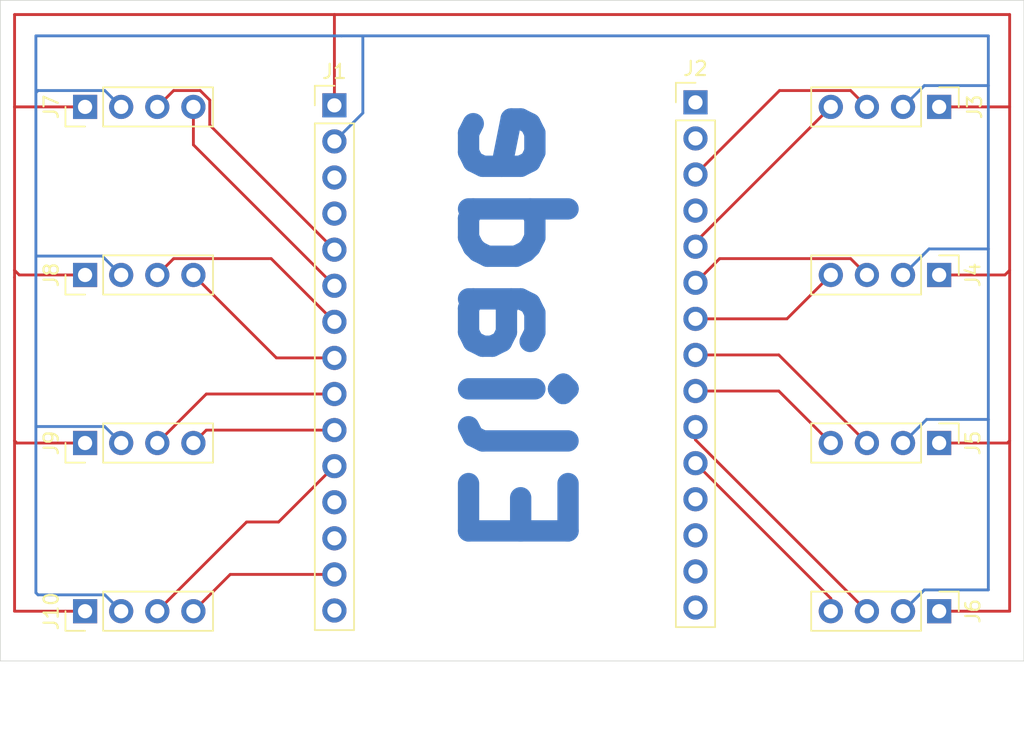
<source format=kicad_pcb>
(kicad_pcb (version 20241229) (generator "pcbnew") (generator_version "9.0")
  (layers (0 "F.Cu" jumper) (2 "B.Cu" signal) (13 "F.Paste" user) (15 "B.Paste" user) (5 "F.SilkS" user "F.Silkscreen") (7 "B.SilkS" user "B.Silkscreen") (1 "F.Mask" user) (3 "B.Mask" user) (25 "Edge.Cuts" user))
  (net 0 "")
  (net 2 "Net-(J1-Pin_14)")
  (net 6 "Net-(J1-Pin_5)")
  (net 7 "Net-(J1-Pin_6)")
  (net 8 "Net-(J1-Pin_8)")
  (net 10 "Net-(J1-Pin_7)")
  (net 11 "Net-(J1-Pin_10)")
  (net 12 "Net-(J1-Pin_9)")
  (net 13 "Net-(J1-Pin_11)")
  (net 14 "Net-(J2-Pin_3)")
  (net 15 "Net-(J2-Pin_5)")
  (net 16 "Net-(J2-Pin_6)")
  (net 22 "Net-(J2-Pin_8)")
  (net 23 "Net-(J2-Pin_9)")
  (net 24 "Net-(J2-Pin_7)")
  (net 25 "Net-(J2-Pin_10)")
  (net 28 "Net-(J2-Pin_11)")
  (net 29 "Net-(J1-Pin_2)")
  (net 30 "Net-(J1-Pin_1)")
  (footprint "Connector_PinHeader_2.54mm:PinHeader_1x04_P2.54mm_Vertical" (layer "F.Cu") (at 192.54 96.5 -90)
    (property "Reference" "J6" (at 0 -2.38 90) (layer "F.SilkS"))
    (property "Value" "Conn_01x04_Pin")
    (fp_line (start -1.38 9) (end 1.38 9) (stroke (width 0.12)) (layer "F.SilkS"))
    (fp_line (start -1.38 1.27) (end -1.38 9) (stroke (width 0.12)) (layer "F.SilkS"))
    (fp_line (start -1.38 1.27) (end 1.38 1.27) (stroke (width 0.12)) (layer "F.SilkS"))
    (fp_line (start 1.38 1.27) (end 1.38 9) (stroke (width 0.12)) (layer "F.SilkS"))
    (fp_line (start -1.38 0) (end -1.38 -1.38) (stroke (width 0.12)) (layer "F.SilkS"))
    (fp_line (start -1.38 -1.38) (end 0 -1.38) (stroke (width 0.12)) (layer "F.SilkS"))
    (pad "1" thru_hole rect (at 0 0 270) (size 1.7 1.7) (drill 1) (layers "*.Cu" "*.Mask") (net 30 "Net-(J1-Pin_1)"))
    (pad "2" thru_hole circle (at 0 2.54 270) (size 1.7 1.7) (drill 1) (layers "*.Cu" "*.Mask") (net 29 "Net-(J1-Pin_2)"))
    (pad "3" thru_hole circle (at 0 5.08 270) (size 1.7 1.7) (drill 1) (layers "*.Cu" "*.Mask") (net 25 "Net-(J2-Pin_10)"))
    (pad "4" thru_hole circle (at 0 7.62 270) (size 1.7 1.7) (drill 1) (layers "*.Cu" "*.Mask") (net 28 "Net-(J2-Pin_11)"))
  )
  (footprint "Connector_PinHeader_2.54mm:PinHeader_1x04_P2.54mm_Vertical" (layer "F.Cu") (at 132.46 96.5 90)
    (property "Reference" "J10" (at 0 -2.38 90) (layer "F.SilkS"))
    (property "Value" "Conn_01x04_Pin")
    (fp_line (start -1.38 -1.38) (end 0 -1.38) (stroke (width 0.12)) (layer "F.SilkS"))
    (fp_line (start -1.38 0) (end -1.38 -1.38) (stroke (width 0.12)) (layer "F.SilkS"))
    (fp_line (start 1.38 1.27) (end 1.38 9) (stroke (width 0.12)) (layer "F.SilkS"))
    (fp_line (start -1.38 1.27) (end 1.38 1.27) (stroke (width 0.12)) (layer "F.SilkS"))
    (fp_line (start -1.38 1.27) (end -1.38 9) (stroke (width 0.12)) (layer "F.SilkS"))
    (fp_line (start -1.38 9) (end 1.38 9) (stroke (width 0.12)) (layer "F.SilkS"))
    (pad "1" thru_hole rect (at 0 0 90) (size 1.7 1.7) (drill 1) (layers "*.Cu" "*.Mask") (net 30 "Net-(J1-Pin_1)"))
    (pad "2" thru_hole circle (at 0 2.54 90) (size 1.7 1.7) (drill 1) (layers "*.Cu" "*.Mask") (net 29 "Net-(J1-Pin_2)"))
    (pad "3" thru_hole circle (at 0 5.08 90) (size 1.7 1.7) (drill 1) (layers "*.Cu" "*.Mask") (net 13 "Net-(J1-Pin_11)"))
    (pad "4" thru_hole circle (at 0 7.62 90) (size 1.7 1.7) (drill 1) (layers "*.Cu" "*.Mask") (net 2 "Net-(J1-Pin_14)"))
  )
  (footprint "Connector_PinHeader_2.54mm:PinHeader_1x04_P2.54mm_Vertical" (layer "F.Cu") (at 132.46 72.83 90)
    (property "Reference" "J8" (at 0 -2.38 90) (layer "F.SilkS"))
    (property "Value" "Conn_01x04_Pin")
    (fp_line (start -1.38 -1.38) (end 0 -1.38) (stroke (width 0.12)) (layer "F.SilkS"))
    (fp_line (start -1.38 0) (end -1.38 -1.38) (stroke (width 0.12)) (layer "F.SilkS"))
    (fp_line (start 1.38 1.27) (end 1.38 9) (stroke (width 0.12)) (layer "F.SilkS"))
    (fp_line (start -1.38 1.27) (end 1.38 1.27) (stroke (width 0.12)) (layer "F.SilkS"))
    (fp_line (start -1.38 1.27) (end -1.38 9) (stroke (width 0.12)) (layer "F.SilkS"))
    (fp_line (start -1.38 9) (end 1.38 9) (stroke (width 0.12)) (layer "F.SilkS"))
    (pad "1" thru_hole rect (at 0 0 90) (size 1.7 1.7) (drill 1) (layers "*.Cu" "*.Mask") (net 30 "Net-(J1-Pin_1)"))
    (pad "2" thru_hole circle (at 0 2.54 90) (size 1.7 1.7) (drill 1) (layers "*.Cu" "*.Mask") (net 29 "Net-(J1-Pin_2)"))
    (pad "3" thru_hole circle (at 0 5.08 90) (size 1.7 1.7) (drill 1) (layers "*.Cu" "*.Mask") (net 10 "Net-(J1-Pin_7)"))
    (pad "4" thru_hole circle (at 0 7.62 90) (size 1.7 1.7) (drill 1) (layers "*.Cu" "*.Mask") (net 8 "Net-(J1-Pin_8)"))
  )
  (footprint "Connector_PinHeader_2.54mm:PinHeader_1x04_P2.54mm_Vertical" (layer "F.Cu") (at 192.54 84.66 -90)
    (property "Reference" "J5" (at 0 -2.38 90) (layer "F.SilkS"))
    (property "Value" "Conn_01x04_Pin")
    (fp_line (start -1.38 9) (end 1.38 9) (stroke (width 0.12)) (layer "F.SilkS"))
    (fp_line (start -1.38 1.27) (end -1.38 9) (stroke (width 0.12)) (layer "F.SilkS"))
    (fp_line (start -1.38 1.27) (end 1.38 1.27) (stroke (width 0.12)) (layer "F.SilkS"))
    (fp_line (start 1.38 1.27) (end 1.38 9) (stroke (width 0.12)) (layer "F.SilkS"))
    (fp_line (start -1.38 0) (end -1.38 -1.38) (stroke (width 0.12)) (layer "F.SilkS"))
    (fp_line (start -1.38 -1.38) (end 0 -1.38) (stroke (width 0.12)) (layer "F.SilkS"))
    (pad "1" thru_hole rect (at 0 0 270) (size 1.7 1.7) (drill 1) (layers "*.Cu" "*.Mask") (net 30 "Net-(J1-Pin_1)"))
    (pad "2" thru_hole circle (at 0 2.54 270) (size 1.7 1.7) (drill 1) (layers "*.Cu" "*.Mask") (net 29 "Net-(J1-Pin_2)"))
    (pad "3" thru_hole circle (at 0 5.08 270) (size 1.7 1.7) (drill 1) (layers "*.Cu" "*.Mask") (net 22 "Net-(J2-Pin_8)"))
    (pad "4" thru_hole circle (at 0 7.62 270) (size 1.7 1.7) (drill 1) (layers "*.Cu" "*.Mask") (net 23 "Net-(J2-Pin_9)"))
  )
  (footprint "Connector_PinHeader_2.54mm:PinHeader_1x04_P2.54mm_Vertical" (layer "F.Cu") (at 132.46 84.66 90)
    (property "Reference" "J9" (at 0 -2.38 90) (layer "F.SilkS"))
    (property "Value" "Conn_01x04_Pin")
    (fp_line (start -1.38 -1.38) (end 0 -1.38) (stroke (width 0.12)) (layer "F.SilkS"))
    (fp_line (start -1.38 0) (end -1.38 -1.38) (stroke (width 0.12)) (layer "F.SilkS"))
    (fp_line (start 1.38 1.27) (end 1.38 9) (stroke (width 0.12)) (layer "F.SilkS"))
    (fp_line (start -1.38 1.27) (end 1.38 1.27) (stroke (width 0.12)) (layer "F.SilkS"))
    (fp_line (start -1.38 1.27) (end -1.38 9) (stroke (width 0.12)) (layer "F.SilkS"))
    (fp_line (start -1.38 9) (end 1.38 9) (stroke (width 0.12)) (layer "F.SilkS"))
    (pad "1" thru_hole rect (at 0 0 90) (size 1.7 1.7) (drill 1) (layers "*.Cu" "*.Mask") (net 30 "Net-(J1-Pin_1)"))
    (pad "2" thru_hole circle (at 0 2.54 90) (size 1.7 1.7) (drill 1) (layers "*.Cu" "*.Mask") (net 29 "Net-(J1-Pin_2)"))
    (pad "3" thru_hole circle (at 0 5.08 90) (size 1.7 1.7) (drill 1) (layers "*.Cu" "*.Mask") (net 12 "Net-(J1-Pin_9)"))
    (pad "4" thru_hole circle (at 0 7.62 90) (size 1.7 1.7) (drill 1) (layers "*.Cu" "*.Mask") (net 11 "Net-(J1-Pin_10)"))
  )
  (footprint "Connector_PinHeader_2.54mm:PinHeader_1x15_P2.54mm_Vertical" (layer "F.Cu") (at 150 60.89)
    (property "Reference" "J1" (at 0 -2.38 0) (layer "F.SilkS"))
    (property "Value" "Conn_01x16_Pin")
    (fp_line (start -1.38 -1.38) (end 0 -1.38) (stroke (width 0.12)) (layer "F.SilkS"))
    (fp_line (start -1.38 0) (end -1.38 -1.38) (stroke (width 0.12)) (layer "F.SilkS"))
    (fp_line (start -1.38 1.27) (end -1.38 36.94) (stroke (width 0.12)) (layer "F.SilkS"))
    (fp_line (start -1.38 1.27) (end 1.38 1.27) (stroke (width 0.12)) (layer "F.SilkS"))
    (fp_line (start -1.38 36.94) (end 1.38 36.94) (stroke (width 0.12)) (layer "F.SilkS"))
    (fp_line (start 1.38 1.27) (end 1.38 36.94) (stroke (width 0.12)) (layer "F.SilkS"))
    (pad "1" thru_hole rect (at 0 0) (size 1.7 1.7) (drill 1) (layers "*.Cu" "*.Mask") (net 30 "Net-(J1-Pin_1)"))
    (pad "2" thru_hole circle (at 0 2.54) (size 1.7 1.7) (drill 1) (layers "*.Cu" "*.Mask") (net 29 "Net-(J1-Pin_2)"))
    (pad "3" thru_hole circle (at 0 5.08) (size 1.7 1.7) (drill 1) (layers "*.Cu" "*.Mask"))
    (pad "4" thru_hole circle (at 0 7.62) (size 1.7 1.7) (drill 1) (layers "*.Cu" "*.Mask"))
    (pad "5" thru_hole circle (at 0 10.16) (size 1.7 1.7) (drill 1) (layers "*.Cu" "*.Mask") (net 6 "Net-(J1-Pin_5)"))
    (pad "6" thru_hole circle (at 0 12.7) (size 1.7 1.7) (drill 1) (layers "*.Cu" "*.Mask") (net 7 "Net-(J1-Pin_6)"))
    (pad "7" thru_hole circle (at 0 15.24) (size 1.7 1.7) (drill 1) (layers "*.Cu" "*.Mask") (net 10 "Net-(J1-Pin_7)"))
    (pad "8" thru_hole circle (at 0 17.78) (size 1.7 1.7) (drill 1) (layers "*.Cu" "*.Mask") (net 8 "Net-(J1-Pin_8)"))
    (pad "9" thru_hole circle (at 0 20.32) (size 1.7 1.7) (drill 1) (layers "*.Cu" "*.Mask") (net 12 "Net-(J1-Pin_9)"))
    (pad "10" thru_hole circle (at 0 22.86) (size 1.7 1.7) (drill 1) (layers "*.Cu" "*.Mask") (net 11 "Net-(J1-Pin_10)"))
    (pad "11" thru_hole circle (at 0 25.4) (size 1.7 1.7) (drill 1) (layers "*.Cu" "*.Mask") (net 13 "Net-(J1-Pin_11)"))
    (pad "12" thru_hole circle (at 0 27.94) (size 1.7 1.7) (drill 1) (layers "*.Cu" "*.Mask"))
    (pad "13" thru_hole circle (at 0 30.48) (size 1.7 1.7) (drill 1) (layers "*.Cu" "*.Mask"))
    (pad "14" thru_hole circle (at 0 33.02) (size 1.7 1.7) (drill 1) (layers "*.Cu" "*.Mask") (net 2 "Net-(J1-Pin_14)"))
    (pad "15" thru_hole circle (at 0 35.56) (size 1.7 1.7) (drill 1) (layers "*.Cu" "*.Mask"))
  )
  (footprint "Connector_PinHeader_2.54mm:PinHeader_1x04_P2.54mm_Vertical" (layer "F.Cu") (at 192.54 72.83 -90)
    (property "Reference" "J4" (at 0 -2.38 90) (layer "F.SilkS"))
    (property "Value" "Conn_01x04_Pin")
    (fp_line (start -1.38 9) (end 1.38 9) (stroke (width 0.12)) (layer "F.SilkS"))
    (fp_line (start -1.38 1.27) (end -1.38 9) (stroke (width 0.12)) (layer "F.SilkS"))
    (fp_line (start -1.38 1.27) (end 1.38 1.27) (stroke (width 0.12)) (layer "F.SilkS"))
    (fp_line (start 1.38 1.27) (end 1.38 9) (stroke (width 0.12)) (layer "F.SilkS"))
    (fp_line (start -1.38 0) (end -1.38 -1.38) (stroke (width 0.12)) (layer "F.SilkS"))
    (fp_line (start -1.38 -1.38) (end 0 -1.38) (stroke (width 0.12)) (layer "F.SilkS"))
    (pad "1" thru_hole rect (at 0 0 270) (size 1.7 1.7) (drill 1) (layers "*.Cu" "*.Mask") (net 30 "Net-(J1-Pin_1)"))
    (pad "2" thru_hole circle (at 0 2.54 270) (size 1.7 1.7) (drill 1) (layers "*.Cu" "*.Mask") (net 29 "Net-(J1-Pin_2)"))
    (pad "3" thru_hole circle (at 0 5.08 270) (size 1.7 1.7) (drill 1) (layers "*.Cu" "*.Mask") (net 16 "Net-(J2-Pin_6)"))
    (pad "4" thru_hole circle (at 0 7.62 270) (size 1.7 1.7) (drill 1) (layers "*.Cu" "*.Mask") (net 24 "Net-(J2-Pin_7)"))
  )
  (footprint "Connector_PinHeader_2.54mm:PinHeader_1x04_P2.54mm_Vertical" (layer "F.Cu") (at 132.46 61 90)
    (property "Reference" "J7" (at 0 -2.38 90) (layer "F.SilkS"))
    (property "Value" "Conn_01x04_Pin")
    (fp_line (start -1.38 -1.38) (end 0 -1.38) (stroke (width 0.12)) (layer "F.SilkS"))
    (fp_line (start -1.38 0) (end -1.38 -1.38) (stroke (width 0.12)) (layer "F.SilkS"))
    (fp_line (start 1.38 1.27) (end 1.38 9) (stroke (width 0.12)) (layer "F.SilkS"))
    (fp_line (start -1.38 1.27) (end 1.38 1.27) (stroke (width 0.12)) (layer "F.SilkS"))
    (fp_line (start -1.38 1.27) (end -1.38 9) (stroke (width 0.12)) (layer "F.SilkS"))
    (fp_line (start -1.38 9) (end 1.38 9) (stroke (width 0.12)) (layer "F.SilkS"))
    (pad "1" thru_hole rect (at 0 0 90) (size 1.7 1.7) (drill 1) (layers "*.Cu" "*.Mask") (net 30 "Net-(J1-Pin_1)"))
    (pad "2" thru_hole circle (at 0 2.54 90) (size 1.7 1.7) (drill 1) (layers "*.Cu" "*.Mask") (net 29 "Net-(J1-Pin_2)"))
    (pad "3" thru_hole circle (at 0 5.08 90) (size 1.7 1.7) (drill 1) (layers "*.Cu" "*.Mask") (net 6 "Net-(J1-Pin_5)"))
    (pad "4" thru_hole circle (at 0 7.62 90) (size 1.7 1.7) (drill 1) (layers "*.Cu" "*.Mask") (net 7 "Net-(J1-Pin_6)"))
  )
  (footprint "Connector_PinHeader_2.54mm:PinHeader_1x15_P2.54mm_Vertical" (layer "F.Cu") (at 175.4 60.68)
    (property "Reference" "J2" (at 0 -2.38 0) (layer "F.SilkS"))
    (property "Value" "Conn_01x16_Pin")
    (fp_line (start -1.38 -1.38) (end 0 -1.38) (stroke (width 0.12)) (layer "F.SilkS"))
    (fp_line (start -1.38 0) (end -1.38 -1.38) (stroke (width 0.12)) (layer "F.SilkS"))
    (fp_line (start -1.38 1.27) (end -1.38 36.94) (stroke (width 0.12)) (layer "F.SilkS"))
    (fp_line (start -1.38 1.27) (end 1.38 1.27) (stroke (width 0.12)) (layer "F.SilkS"))
    (fp_line (start -1.38 36.94) (end 1.38 36.94) (stroke (width 0.12)) (layer "F.SilkS"))
    (fp_line (start 1.38 1.27) (end 1.38 36.94) (stroke (width 0.12)) (layer "F.SilkS"))
    (pad "1" thru_hole rect (at 0 0) (size 1.7 1.7) (drill 1) (layers "*.Cu" "*.Mask"))
    (pad "2" thru_hole circle (at 0 2.54) (size 1.7 1.7) (drill 1) (layers "*.Cu" "*.Mask"))
    (pad "3" thru_hole circle (at 0 5.08) (size 1.7 1.7) (drill 1) (layers "*.Cu" "*.Mask") (net 14 "Net-(J2-Pin_3)"))
    (pad "4" thru_hole circle (at 0 7.62) (size 1.7 1.7) (drill 1) (layers "*.Cu" "*.Mask"))
    (pad "5" thru_hole circle (at 0 10.16) (size 1.7 1.7) (drill 1) (layers "*.Cu" "*.Mask") (net 15 "Net-(J2-Pin_5)"))
    (pad "6" thru_hole circle (at 0 12.7) (size 1.7 1.7) (drill 1) (layers "*.Cu" "*.Mask") (net 16 "Net-(J2-Pin_6)"))
    (pad "7" thru_hole circle (at 0 15.24) (size 1.7 1.7) (drill 1) (layers "*.Cu" "*.Mask") (net 24 "Net-(J2-Pin_7)"))
    (pad "8" thru_hole circle (at 0 17.78) (size 1.7 1.7) (drill 1) (layers "*.Cu" "*.Mask") (net 22 "Net-(J2-Pin_8)"))
    (pad "9" thru_hole circle (at 0 20.32) (size 1.7 1.7) (drill 1) (layers "*.Cu" "*.Mask") (net 23 "Net-(J2-Pin_9)"))
    (pad "10" thru_hole circle (at 0 22.86) (size 1.7 1.7) (drill 1) (layers "*.Cu" "*.Mask") (net 25 "Net-(J2-Pin_10)"))
    (pad "11" thru_hole circle (at 0 25.4) (size 1.7 1.7) (drill 1) (layers "*.Cu" "*.Mask") (net 28 "Net-(J2-Pin_11)"))
    (pad "12" thru_hole circle (at 0 27.94) (size 1.7 1.7) (drill 1) (layers "*.Cu" "*.Mask"))
    (pad "13" thru_hole circle (at 0 30.48) (size 1.7 1.7) (drill 1) (layers "*.Cu" "*.Mask"))
    (pad "14" thru_hole circle (at 0 33.02) (size 1.7 1.7) (drill 1) (layers "*.Cu" "*.Mask"))
    (pad "15" thru_hole circle (at 0 35.56) (size 1.7 1.7) (drill 1) (layers "*.Cu" "*.Mask"))
  )
  (footprint "Connector_PinHeader_2.54mm:PinHeader_1x04_P2.54mm_Vertical" (layer "F.Cu") (at 192.54 61 -90)
    (property "Reference" "J3" (at 0 -2.5 90) (layer "F.SilkS"))
    (property "Value" "Conn_01x04_Pin")
    (fp_line (start -1.38 9) (end 1.38 9) (stroke (width 0.12)) (layer "F.SilkS"))
    (fp_line (start -1.38 1.27) (end -1.38 9) (stroke (width 0.12)) (layer "F.SilkS"))
    (fp_line (start -1.38 1.27) (end 1.38 1.27) (stroke (width 0.12)) (layer "F.SilkS"))
    (fp_line (start 1.38 1.27) (end 1.38 9) (stroke (width 0.12)) (layer "F.SilkS"))
    (fp_line (start -1.38 0) (end -1.38 -1.38) (stroke (width 0.12)) (layer "F.SilkS"))
    (fp_line (start -1.38 -1.38) (end 0 -1.38) (stroke (width 0.12)) (layer "F.SilkS"))
    (pad "1" thru_hole rect (at 0 0 270) (size 1.7 1.7) (drill 1) (layers "*.Cu" "*.Mask") (net 30 "Net-(J1-Pin_1)"))
    (pad "2" thru_hole circle (at 0 2.54 270) (size 1.7 1.7) (drill 1) (layers "*.Cu" "*.Mask") (net 29 "Net-(J1-Pin_2)"))
    (pad "3" thru_hole circle (at 0 5.08 270) (size 1.7 1.7) (drill 1) (layers "*.Cu" "*.Mask") (net 14 "Net-(J2-Pin_3)"))
    (pad "4" thru_hole circle (at 0 7.62 270) (size 1.7 1.7) (drill 1) (layers "*.Cu" "*.Mask") (net 15 "Net-(J2-Pin_5)"))
  )
  (gr_line (start 198.5 100) (end 198.5 53.5) (stroke (width 0.05)) (layer "Edge.Cuts"))
  (gr_line (start 126.5 100) (end 198.5 100) (stroke (width 0.05)) (layer "Edge.Cuts"))
  (gr_line (start 126.5 100) (end 126.5 53.5) (stroke (width 0.05)) (layer "Edge.Cuts"))
  (gr_line (start 198.5 53.5) (end 126.5 53.5) (stroke (width 0.05)) (layer "Edge.Cuts"))
  (gr_text "Eliade" (at 158.5 93.5 270) (layer "B.Cu") (effects (font (size 7 7) (thickness 1.5) (bold yes)) (justify left bottom mirror)))
  (segment (start 140.08 96.5) (end 142.67 93.91) (width 0.2) (layer "F.Cu") (net 2))
  (segment (start 142.67 93.91) (end 150 93.91) (width 0.2) (layer "F.Cu") (net 2))
  (segment (start 138.691 59.849) (end 137.54 61) (width 0.2) (layer "F.Cu") (net 6))
  (segment (start 141.231 60.52324) (end 140.55676 59.849) (width 0.2) (layer "F.Cu") (net 6))
  (segment (start 141.231 62.281) (end 141.231 60.52324) (width 0.2) (layer "F.Cu") (net 6))
  (segment (start 140.55676 59.849) (end 138.691 59.849) (width 0.2) (layer "F.Cu") (net 6))
  (segment (start 150 71.05) (end 141.231 62.281) (width 0.2) (layer "F.Cu") (net 6))
  (segment (start 140.08 61) (end 140.08 63.67) (width 0.2) (layer "F.Cu") (net 7))
  (segment (start 140.08 63.67) (end 150 73.59) (width 0.2) (layer "F.Cu") (net 7))
  (segment (start 140.08 72.83) (end 145.92 78.67) (width 0.2) (layer "F.Cu") (net 8))
  (segment (start 145.92 78.67) (end 150 78.67) (width 0.2) (layer "F.Cu") (net 8))
  (segment (start 150 76.13) (end 145.549 71.679) (width 0.2) (layer "F.Cu") (net 10))
  (segment (start 138.691 71.679) (end 137.54 72.83) (width 0.2) (layer "F.Cu") (net 10))
  (segment (start 145.549 71.679) (end 138.691 71.679) (width 0.2) (layer "F.Cu") (net 10))
  (segment (start 140.08 84.66) (end 140.99 83.75) (width 0.2) (layer "F.Cu") (net 11))
  (segment (start 140.99 83.75) (end 150 83.75) (width 0.2) (layer "F.Cu") (net 11))
  (segment (start 140.99 81.21) (end 150 81.21) (width 0.2) (layer "F.Cu") (net 12))
  (segment (start 137.54 84.66) (end 140.99 81.21) (width 0.2) (layer "F.Cu") (net 12))
  (segment (start 143.821 90.219) (end 146.071 90.219) (width 0.2) (layer "F.Cu") (net 13))
  (segment (start 146.071 90.219) (end 150 86.29) (width 0.2) (layer "F.Cu") (net 13))
  (segment (start 137.54 96.5) (end 143.821 90.219) (width 0.2) (layer "F.Cu") (net 13))
  (segment (start 187.46 61) (end 186.309 59.849) (width 0.2) (layer "F.Cu") (net 14))
  (segment (start 181.311 59.849) (end 175.4 65.76) (width 0.2) (layer "F.Cu") (net 14))
  (segment (start 186.309 59.849) (end 181.311 59.849) (width 0.2) (layer "F.Cu") (net 14))
  (segment (start 175.4 70.52) (end 175.4 70.84) (width 0.2) (layer "F.Cu") (net 15))
  (segment (start 184.92 61) (end 175.4 70.52) (width 0.2) (layer "F.Cu") (net 15))
  (segment (start 177.101 71.679) (end 175.4 73.38) (width 0.2) (layer "F.Cu") (net 16))
  (segment (start 187.46 72.83) (end 186.309 71.679) (width 0.2) (layer "F.Cu") (net 16))
  (segment (start 186.309 71.679) (end 177.101 71.679) (width 0.2) (layer "F.Cu") (net 16))
  (segment (start 181.26 78.46) (end 175.4 78.46) (width 0.2) (layer "F.Cu") (net 22))
  (segment (start 187.46 84.66) (end 181.26 78.46) (width 0.2) (layer "F.Cu") (net 22))
  (segment (start 184.92 84.66) (end 181.26 81) (width 0.2) (layer "F.Cu") (net 23))
  (segment (start 181.26 81) (end 175.4 81) (width 0.2) (layer "F.Cu") (net 23))
  (segment (start 181.83 75.92) (end 175.4 75.92) (width 0.2) (layer "F.Cu") (net 24))
  (segment (start 184.92 72.83) (end 181.83 75.92) (width 0.2) (layer "F.Cu") (net 24))
  (segment (start 187.46 96.5) (end 175.4 84.44) (width 0.2) (layer "F.Cu") (net 25))
  (segment (start 175.4 84.44) (end 175.4 83.54) (width 0.2) (layer "F.Cu") (net 25))
  (segment (start 184.92 96.5) (end 184.92 95.6) (width 0.2) (layer "F.Cu") (net 28))
  (segment (start 184.92 95.6) (end 175.4 86.08) (width 0.2) (layer "F.Cu") (net 28))
  (segment (start 129.151 59.849) (end 133.849 59.849) (width 0.2) (layer "B.Cu") (net 29))
  (segment (start 196 56) (end 152 56) (width 0.2) (layer "B.Cu") (net 29))
  (segment (start 191.5 59.5) (end 190 61) (width 0.2) (layer "B.Cu") (net 29))
  (segment (start 129 83.5) (end 133.84 83.5) (width 0.2) (layer "B.Cu") (net 29))
  (segment (start 191.66 83) (end 190 84.66) (width 0.2) (layer "B.Cu") (net 29))
  (segment (start 150 63.43) (end 152 61.43) (width 0.2) (layer "B.Cu") (net 29))
  (segment (start 196 95) (end 191.5 95) (width 0.2) (layer "B.Cu") (net 29))
  (segment (start 196 71) (end 191.83 71) (width 0.2) (layer "B.Cu") (net 29))
  (segment (start 196 83) (end 191.66 83) (width 0.2) (layer "B.Cu") (net 29))
  (segment (start 129 71.5) (end 133.67 71.5) (width 0.2) (layer "B.Cu") (net 29))
  (segment (start 191.5 95) (end 190 96.5) (width 0.2) (layer "B.Cu") (net 29))
  (segment (start 196 59.5) (end 191.5 59.5) (width 0.2) (layer "B.Cu") (net 29))
  (segment (start 191.83 71) (end 190 72.83) (width 0.2) (layer "B.Cu") (net 29))
  (segment (start 152 61.43) (end 152 56) (width 0.2) (layer "B.Cu") (net 29))
  (segment (start 129.151 95.349) (end 129 95.198) (width 0.2) (layer "B.Cu") (net 29))
  (segment (start 152 56) (end 150.5 56) (width 0.2) (layer "B.Cu") (net 29))
  (segment (start 133.849 95.349) (end 135 96.5) (width 0.2) (layer "B.Cu") (net 29))
  (segment (start 129 60) (end 129 71.5) (width 0.2) (layer "B.Cu") (net 29))
  (segment (start 133.84 83.5) (end 135 84.66) (width 0.2) (layer "B.Cu") (net 29))
  (segment (start 129 95.198) (end 129 83.5) (width 0.2) (layer "B.Cu") (net 29))
  (segment (start 129 71.5) (end 129 83.5) (width 0.2) (layer "B.Cu") (net 29))
  (segment (start 196 83) (end 196 71) (width 0.2) (layer "B.Cu") (net 29))
  (segment (start 129 60) (end 129.151 59.849) (width 0.2) (layer "B.Cu") (net 29))
  (segment (start 150.5 56) (end 129 56) (width 0.2) (layer "B.Cu") (net 29))
  (segment (start 129 56) (end 129 60) (width 0.2) (layer "B.Cu") (net 29))
  (segment (start 133.67 71.5) (end 135 72.83) (width 0.2) (layer "B.Cu") (net 29))
  (segment (start 133.849 59.849) (end 135 61) (width 0.2) (layer "B.Cu") (net 29))
  (segment (start 196 95) (end 196 83) (width 0.2) (layer "B.Cu") (net 29))
  (segment (start 196 71) (end 196 59.5) (width 0.2) (layer "B.Cu") (net 29))
  (segment (start 196 59.5) (end 196 56) (width 0.2) (layer "B.Cu") (net 29))
  (segment (start 129.151 95.349) (end 133.849 95.349) (width 0.2) (layer "B.Cu") (net 29))
  (segment (start 192.54 96.5) (end 197.5 96.5) (width 0.2) (layer "F.Cu") (net 30))
  (segment (start 197.5 54.5) (end 197.5 61) (width 0.2) (layer "F.Cu") (net 30))
  (segment (start 150 54.5) (end 127.5 54.5) (width 0.2) (layer "F.Cu") (net 30))
  (segment (start 132.46 72.83) (end 127.83 72.83) (width 0.2) (layer "F.Cu") (net 30))
  (segment (start 197.5 61) (end 197.5 72.5) (width 0.2) (layer "F.Cu") (net 30))
  (segment (start 132.46 61) (end 127.5 61) (width 0.2) (layer "F.Cu") (net 30))
  (segment (start 132.46 96.5) (end 127.5 96.5) (width 0.2) (layer "F.Cu") (net 30))
  (segment (start 197.5 54.5) (end 150 54.5) (width 0.2) (layer "F.Cu") (net 30))
  (segment (start 192.54 84.66) (end 197.34 84.66) (width 0.2) (layer "F.Cu") (net 30))
  (segment (start 192.54 61) (end 197.5 61) (width 0.2) (layer "F.Cu") (net 30))
  (segment (start 197.34 84.66) (end 197.5 84.5) (width 0.2) (layer "F.Cu") (net 30))
  (segment (start 127.66 84.66) (end 127.5 84.5) (width 0.2) (layer "F.Cu") (net 30))
  (segment (start 197.5 72.5) (end 197.5 84.5) (width 0.2) (layer "F.Cu") (net 30))
  (segment (start 192.54 72.83) (end 197.17 72.83) (width 0.2) (layer "F.Cu") (net 30))
  (segment (start 197.17 72.83) (end 197.5 72.5) (width 0.2) (layer "F.Cu") (net 30))
  (segment (start 150 60.89) (end 150 54.5) (width 0.2) (layer "F.Cu") (net 30))
  (segment (start 132.46 84.66) (end 127.66 84.66) (width 0.2) (layer "F.Cu") (net 30))
  (segment (start 127.5 72.5) (end 127.5 73) (width 0.2) (layer "F.Cu") (net 30))
  (segment (start 127.5 84.5) (end 127.5 96.5) (width 0.2) (layer "F.Cu") (net 30))
  (segment (start 127.5 73) (end 127.5 84.5) (width 0.2) (layer "F.Cu") (net 30))
  (segment (start 127.83 72.83) (end 127.5 72.5) (width 0.2) (layer "F.Cu") (net 30))
  (segment (start 197.5 84.5) (end 197.5 96.5) (width 0.2) (layer "F.Cu") (net 30))
  (segment (start 127.5 54.5) (end 127.5 61) (width 0.2) (layer "F.Cu") (net 30))
  (segment (start 127.5 61) (end 127.5 72.5) (width 0.2) (layer "F.Cu") (net 30))
)
</source>
